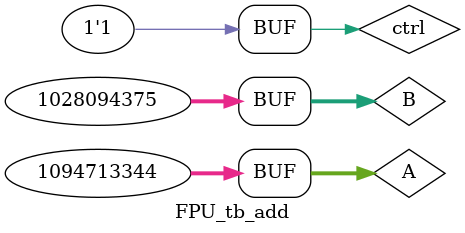
<source format=v>
module FPU_tb_add;

reg [31:0] A, B;
reg ctrl;
wire [31:0] out;


parameter hold_interval = 10;

FPU DUT(
	.A(A),
	.B(B),
	.control(ctrl),
	.result(out)
);


initial
	begin
		//test adding
		//5.67 + 0.44
		ctrl = 0; A = 32'h40B570A4; B = 32'h3EE147AE; #hold_interval;
		
		//347.978 + 0.00078
		ctrl = 0;A = 32'h43ADFD2F; B = 32'h3A4C78EA; #hold_interval;
		
		//12 + 0.0487
		ctrl = 0; A = 32'h41400000; B = 32'h3D4779A7; #hold_interval;
		
		//test multiplication
		//5.67 * 0.44
		ctrl = 1; A = 32'h40B570A4; B = 32'h3EE147AE; #hold_interval;
		
		//347.978 * 0.00078
		ctrl = 1;A = 32'h43ADFD2F; B = 32'h3A4C78EA; #hold_interval;
		
		//12 * 0.0487
		ctrl = 1; A = 32'h41400000; B = 32'h3D4779A7; #hold_interval;
		
	end
endmodule
</source>
